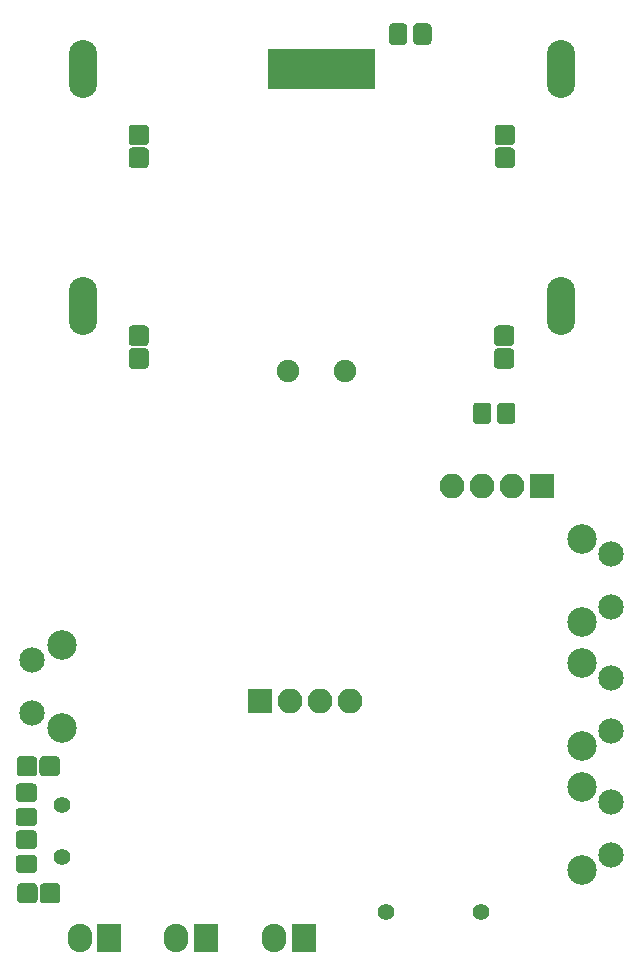
<source format=gbr>
G04 #@! TF.GenerationSoftware,KiCad,Pcbnew,(5.0.0)*
G04 #@! TF.CreationDate,2019-12-21T17:29:24+07:00*
G04 #@! TF.ProjectId,mrbot,6D72626F742E6B696361645F70636200,rev?*
G04 #@! TF.SameCoordinates,Original*
G04 #@! TF.FileFunction,Soldermask,Bot*
G04 #@! TF.FilePolarity,Negative*
%FSLAX46Y46*%
G04 Gerber Fmt 4.6, Leading zero omitted, Abs format (unit mm)*
G04 Created by KiCad (PCBNEW (5.0.0)) date 12/21/19 17:29:24*
%MOMM*%
%LPD*%
G01*
G04 APERTURE LIST*
%ADD10C,1.900000*%
%ADD11O,2.400000X4.900000*%
%ADD12R,1.000000X3.400000*%
%ADD13C,1.400000*%
%ADD14C,0.100000*%
%ADD15C,1.550000*%
%ADD16C,1.700000*%
%ADD17R,2.100000X2.400000*%
%ADD18O,2.100000X2.400000*%
%ADD19R,2.100000X2.100000*%
%ADD20O,2.100000X2.100000*%
%ADD21C,2.500000*%
%ADD22C,2.150000*%
G04 APERTURE END LIST*
D10*
G04 #@! TO.C,U4*
X127750000Y-52000000D03*
X127750000Y-50750000D03*
X168250000Y-52250000D03*
X168250000Y-51000000D03*
X168250000Y-52750000D03*
X168250000Y-50250000D03*
X168250000Y-32750000D03*
X168250000Y-32250000D03*
X168250000Y-30250000D03*
X168250000Y-30750000D03*
X127750000Y-52750000D03*
X127750000Y-50250000D03*
X127750000Y-32000000D03*
D11*
X127750000Y-51500000D03*
X168250000Y-51500000D03*
X127750000Y-31500000D03*
X168250000Y-31500000D03*
D12*
X144000000Y-31500000D03*
X145000000Y-31500000D03*
X146000000Y-31500000D03*
X147000000Y-31500000D03*
X152000000Y-31500000D03*
X151000000Y-31500000D03*
X148000000Y-31500000D03*
X149000000Y-31500000D03*
X150000000Y-31500000D03*
D10*
X127750000Y-30250000D03*
X127750000Y-32750000D03*
X127750000Y-30750000D03*
G04 #@! TD*
D13*
G04 #@! TO.C,J1*
X153450000Y-102850000D03*
X161450000Y-102850000D03*
G04 #@! TD*
D14*
G04 #@! TO.C,C23*
G36*
X154946071Y-27601623D02*
X154978781Y-27606475D01*
X155010857Y-27614509D01*
X155041991Y-27625649D01*
X155071884Y-27639787D01*
X155100247Y-27656787D01*
X155126807Y-27676485D01*
X155151308Y-27698692D01*
X155173515Y-27723193D01*
X155193213Y-27749753D01*
X155210213Y-27778116D01*
X155224351Y-27808009D01*
X155235491Y-27839143D01*
X155243525Y-27871219D01*
X155248377Y-27903929D01*
X155250000Y-27936956D01*
X155250000Y-29063044D01*
X155248377Y-29096071D01*
X155243525Y-29128781D01*
X155235491Y-29160857D01*
X155224351Y-29191991D01*
X155210213Y-29221884D01*
X155193213Y-29250247D01*
X155173515Y-29276807D01*
X155151308Y-29301308D01*
X155126807Y-29323515D01*
X155100247Y-29343213D01*
X155071884Y-29360213D01*
X155041991Y-29374351D01*
X155010857Y-29385491D01*
X154978781Y-29393525D01*
X154946071Y-29398377D01*
X154913044Y-29400000D01*
X154036956Y-29400000D01*
X154003929Y-29398377D01*
X153971219Y-29393525D01*
X153939143Y-29385491D01*
X153908009Y-29374351D01*
X153878116Y-29360213D01*
X153849753Y-29343213D01*
X153823193Y-29323515D01*
X153798692Y-29301308D01*
X153776485Y-29276807D01*
X153756787Y-29250247D01*
X153739787Y-29221884D01*
X153725649Y-29191991D01*
X153714509Y-29160857D01*
X153706475Y-29128781D01*
X153701623Y-29096071D01*
X153700000Y-29063044D01*
X153700000Y-27936956D01*
X153701623Y-27903929D01*
X153706475Y-27871219D01*
X153714509Y-27839143D01*
X153725649Y-27808009D01*
X153739787Y-27778116D01*
X153756787Y-27749753D01*
X153776485Y-27723193D01*
X153798692Y-27698692D01*
X153823193Y-27676485D01*
X153849753Y-27656787D01*
X153878116Y-27639787D01*
X153908009Y-27625649D01*
X153939143Y-27614509D01*
X153971219Y-27606475D01*
X154003929Y-27601623D01*
X154036956Y-27600000D01*
X154913044Y-27600000D01*
X154946071Y-27601623D01*
X154946071Y-27601623D01*
G37*
D15*
X154475000Y-28500000D03*
D14*
G36*
X156996071Y-27601623D02*
X157028781Y-27606475D01*
X157060857Y-27614509D01*
X157091991Y-27625649D01*
X157121884Y-27639787D01*
X157150247Y-27656787D01*
X157176807Y-27676485D01*
X157201308Y-27698692D01*
X157223515Y-27723193D01*
X157243213Y-27749753D01*
X157260213Y-27778116D01*
X157274351Y-27808009D01*
X157285491Y-27839143D01*
X157293525Y-27871219D01*
X157298377Y-27903929D01*
X157300000Y-27936956D01*
X157300000Y-29063044D01*
X157298377Y-29096071D01*
X157293525Y-29128781D01*
X157285491Y-29160857D01*
X157274351Y-29191991D01*
X157260213Y-29221884D01*
X157243213Y-29250247D01*
X157223515Y-29276807D01*
X157201308Y-29301308D01*
X157176807Y-29323515D01*
X157150247Y-29343213D01*
X157121884Y-29360213D01*
X157091991Y-29374351D01*
X157060857Y-29385491D01*
X157028781Y-29393525D01*
X156996071Y-29398377D01*
X156963044Y-29400000D01*
X156086956Y-29400000D01*
X156053929Y-29398377D01*
X156021219Y-29393525D01*
X155989143Y-29385491D01*
X155958009Y-29374351D01*
X155928116Y-29360213D01*
X155899753Y-29343213D01*
X155873193Y-29323515D01*
X155848692Y-29301308D01*
X155826485Y-29276807D01*
X155806787Y-29250247D01*
X155789787Y-29221884D01*
X155775649Y-29191991D01*
X155764509Y-29160857D01*
X155756475Y-29128781D01*
X155751623Y-29096071D01*
X155750000Y-29063044D01*
X155750000Y-27936956D01*
X155751623Y-27903929D01*
X155756475Y-27871219D01*
X155764509Y-27839143D01*
X155775649Y-27808009D01*
X155789787Y-27778116D01*
X155806787Y-27749753D01*
X155826485Y-27723193D01*
X155848692Y-27698692D01*
X155873193Y-27676485D01*
X155899753Y-27656787D01*
X155928116Y-27639787D01*
X155958009Y-27625649D01*
X155989143Y-27614509D01*
X156021219Y-27606475D01*
X156053929Y-27601623D01*
X156086956Y-27600000D01*
X156963044Y-27600000D01*
X156996071Y-27601623D01*
X156996071Y-27601623D01*
G37*
D15*
X156525000Y-28500000D03*
G04 #@! TD*
D14*
G04 #@! TO.C,D2*
G36*
X164055121Y-36176574D02*
X164086857Y-36181282D01*
X164117978Y-36189077D01*
X164148185Y-36199886D01*
X164177187Y-36213603D01*
X164204706Y-36230096D01*
X164230475Y-36249208D01*
X164254246Y-36270754D01*
X164275792Y-36294525D01*
X164294904Y-36320294D01*
X164311397Y-36347813D01*
X164325114Y-36376815D01*
X164335923Y-36407022D01*
X164343718Y-36438143D01*
X164348426Y-36469879D01*
X164350000Y-36501923D01*
X164350000Y-37573077D01*
X164348426Y-37605121D01*
X164343718Y-37636857D01*
X164335923Y-37667978D01*
X164325114Y-37698185D01*
X164311397Y-37727187D01*
X164294904Y-37754706D01*
X164275792Y-37780475D01*
X164254246Y-37804246D01*
X164230475Y-37825792D01*
X164204706Y-37844904D01*
X164177187Y-37861397D01*
X164148185Y-37875114D01*
X164117978Y-37885923D01*
X164086857Y-37893718D01*
X164055121Y-37898426D01*
X164023077Y-37900000D01*
X162976923Y-37900000D01*
X162944879Y-37898426D01*
X162913143Y-37893718D01*
X162882022Y-37885923D01*
X162851815Y-37875114D01*
X162822813Y-37861397D01*
X162795294Y-37844904D01*
X162769525Y-37825792D01*
X162745754Y-37804246D01*
X162724208Y-37780475D01*
X162705096Y-37754706D01*
X162688603Y-37727187D01*
X162674886Y-37698185D01*
X162664077Y-37667978D01*
X162656282Y-37636857D01*
X162651574Y-37605121D01*
X162650000Y-37573077D01*
X162650000Y-36501923D01*
X162651574Y-36469879D01*
X162656282Y-36438143D01*
X162664077Y-36407022D01*
X162674886Y-36376815D01*
X162688603Y-36347813D01*
X162705096Y-36320294D01*
X162724208Y-36294525D01*
X162745754Y-36270754D01*
X162769525Y-36249208D01*
X162795294Y-36230096D01*
X162822813Y-36213603D01*
X162851815Y-36199886D01*
X162882022Y-36189077D01*
X162913143Y-36181282D01*
X162944879Y-36176574D01*
X162976923Y-36175000D01*
X164023077Y-36175000D01*
X164055121Y-36176574D01*
X164055121Y-36176574D01*
G37*
D16*
X163500000Y-37037500D03*
D14*
G36*
X164055121Y-38101574D02*
X164086857Y-38106282D01*
X164117978Y-38114077D01*
X164148185Y-38124886D01*
X164177187Y-38138603D01*
X164204706Y-38155096D01*
X164230475Y-38174208D01*
X164254246Y-38195754D01*
X164275792Y-38219525D01*
X164294904Y-38245294D01*
X164311397Y-38272813D01*
X164325114Y-38301815D01*
X164335923Y-38332022D01*
X164343718Y-38363143D01*
X164348426Y-38394879D01*
X164350000Y-38426923D01*
X164350000Y-39498077D01*
X164348426Y-39530121D01*
X164343718Y-39561857D01*
X164335923Y-39592978D01*
X164325114Y-39623185D01*
X164311397Y-39652187D01*
X164294904Y-39679706D01*
X164275792Y-39705475D01*
X164254246Y-39729246D01*
X164230475Y-39750792D01*
X164204706Y-39769904D01*
X164177187Y-39786397D01*
X164148185Y-39800114D01*
X164117978Y-39810923D01*
X164086857Y-39818718D01*
X164055121Y-39823426D01*
X164023077Y-39825000D01*
X162976923Y-39825000D01*
X162944879Y-39823426D01*
X162913143Y-39818718D01*
X162882022Y-39810923D01*
X162851815Y-39800114D01*
X162822813Y-39786397D01*
X162795294Y-39769904D01*
X162769525Y-39750792D01*
X162745754Y-39729246D01*
X162724208Y-39705475D01*
X162705096Y-39679706D01*
X162688603Y-39652187D01*
X162674886Y-39623185D01*
X162664077Y-39592978D01*
X162656282Y-39561857D01*
X162651574Y-39530121D01*
X162650000Y-39498077D01*
X162650000Y-38426923D01*
X162651574Y-38394879D01*
X162656282Y-38363143D01*
X162664077Y-38332022D01*
X162674886Y-38301815D01*
X162688603Y-38272813D01*
X162705096Y-38245294D01*
X162724208Y-38219525D01*
X162745754Y-38195754D01*
X162769525Y-38174208D01*
X162795294Y-38155096D01*
X162822813Y-38138603D01*
X162851815Y-38124886D01*
X162882022Y-38114077D01*
X162913143Y-38106282D01*
X162944879Y-38101574D01*
X162976923Y-38100000D01*
X164023077Y-38100000D01*
X164055121Y-38101574D01*
X164055121Y-38101574D01*
G37*
D16*
X163500000Y-38962500D03*
G04 #@! TD*
D14*
G04 #@! TO.C,D3*
G36*
X164005121Y-53176574D02*
X164036857Y-53181282D01*
X164067978Y-53189077D01*
X164098185Y-53199886D01*
X164127187Y-53213603D01*
X164154706Y-53230096D01*
X164180475Y-53249208D01*
X164204246Y-53270754D01*
X164225792Y-53294525D01*
X164244904Y-53320294D01*
X164261397Y-53347813D01*
X164275114Y-53376815D01*
X164285923Y-53407022D01*
X164293718Y-53438143D01*
X164298426Y-53469879D01*
X164300000Y-53501923D01*
X164300000Y-54573077D01*
X164298426Y-54605121D01*
X164293718Y-54636857D01*
X164285923Y-54667978D01*
X164275114Y-54698185D01*
X164261397Y-54727187D01*
X164244904Y-54754706D01*
X164225792Y-54780475D01*
X164204246Y-54804246D01*
X164180475Y-54825792D01*
X164154706Y-54844904D01*
X164127187Y-54861397D01*
X164098185Y-54875114D01*
X164067978Y-54885923D01*
X164036857Y-54893718D01*
X164005121Y-54898426D01*
X163973077Y-54900000D01*
X162926923Y-54900000D01*
X162894879Y-54898426D01*
X162863143Y-54893718D01*
X162832022Y-54885923D01*
X162801815Y-54875114D01*
X162772813Y-54861397D01*
X162745294Y-54844904D01*
X162719525Y-54825792D01*
X162695754Y-54804246D01*
X162674208Y-54780475D01*
X162655096Y-54754706D01*
X162638603Y-54727187D01*
X162624886Y-54698185D01*
X162614077Y-54667978D01*
X162606282Y-54636857D01*
X162601574Y-54605121D01*
X162600000Y-54573077D01*
X162600000Y-53501923D01*
X162601574Y-53469879D01*
X162606282Y-53438143D01*
X162614077Y-53407022D01*
X162624886Y-53376815D01*
X162638603Y-53347813D01*
X162655096Y-53320294D01*
X162674208Y-53294525D01*
X162695754Y-53270754D01*
X162719525Y-53249208D01*
X162745294Y-53230096D01*
X162772813Y-53213603D01*
X162801815Y-53199886D01*
X162832022Y-53189077D01*
X162863143Y-53181282D01*
X162894879Y-53176574D01*
X162926923Y-53175000D01*
X163973077Y-53175000D01*
X164005121Y-53176574D01*
X164005121Y-53176574D01*
G37*
D16*
X163450000Y-54037500D03*
D14*
G36*
X164005121Y-55101574D02*
X164036857Y-55106282D01*
X164067978Y-55114077D01*
X164098185Y-55124886D01*
X164127187Y-55138603D01*
X164154706Y-55155096D01*
X164180475Y-55174208D01*
X164204246Y-55195754D01*
X164225792Y-55219525D01*
X164244904Y-55245294D01*
X164261397Y-55272813D01*
X164275114Y-55301815D01*
X164285923Y-55332022D01*
X164293718Y-55363143D01*
X164298426Y-55394879D01*
X164300000Y-55426923D01*
X164300000Y-56498077D01*
X164298426Y-56530121D01*
X164293718Y-56561857D01*
X164285923Y-56592978D01*
X164275114Y-56623185D01*
X164261397Y-56652187D01*
X164244904Y-56679706D01*
X164225792Y-56705475D01*
X164204246Y-56729246D01*
X164180475Y-56750792D01*
X164154706Y-56769904D01*
X164127187Y-56786397D01*
X164098185Y-56800114D01*
X164067978Y-56810923D01*
X164036857Y-56818718D01*
X164005121Y-56823426D01*
X163973077Y-56825000D01*
X162926923Y-56825000D01*
X162894879Y-56823426D01*
X162863143Y-56818718D01*
X162832022Y-56810923D01*
X162801815Y-56800114D01*
X162772813Y-56786397D01*
X162745294Y-56769904D01*
X162719525Y-56750792D01*
X162695754Y-56729246D01*
X162674208Y-56705475D01*
X162655096Y-56679706D01*
X162638603Y-56652187D01*
X162624886Y-56623185D01*
X162614077Y-56592978D01*
X162606282Y-56561857D01*
X162601574Y-56530121D01*
X162600000Y-56498077D01*
X162600000Y-55426923D01*
X162601574Y-55394879D01*
X162606282Y-55363143D01*
X162614077Y-55332022D01*
X162624886Y-55301815D01*
X162638603Y-55272813D01*
X162655096Y-55245294D01*
X162674208Y-55219525D01*
X162695754Y-55195754D01*
X162719525Y-55174208D01*
X162745294Y-55155096D01*
X162772813Y-55138603D01*
X162801815Y-55124886D01*
X162832022Y-55114077D01*
X162863143Y-55106282D01*
X162894879Y-55101574D01*
X162926923Y-55100000D01*
X163973077Y-55100000D01*
X164005121Y-55101574D01*
X164005121Y-55101574D01*
G37*
D16*
X163450000Y-55962500D03*
G04 #@! TD*
D14*
G04 #@! TO.C,D4*
G36*
X133055121Y-38101574D02*
X133086857Y-38106282D01*
X133117978Y-38114077D01*
X133148185Y-38124886D01*
X133177187Y-38138603D01*
X133204706Y-38155096D01*
X133230475Y-38174208D01*
X133254246Y-38195754D01*
X133275792Y-38219525D01*
X133294904Y-38245294D01*
X133311397Y-38272813D01*
X133325114Y-38301815D01*
X133335923Y-38332022D01*
X133343718Y-38363143D01*
X133348426Y-38394879D01*
X133350000Y-38426923D01*
X133350000Y-39498077D01*
X133348426Y-39530121D01*
X133343718Y-39561857D01*
X133335923Y-39592978D01*
X133325114Y-39623185D01*
X133311397Y-39652187D01*
X133294904Y-39679706D01*
X133275792Y-39705475D01*
X133254246Y-39729246D01*
X133230475Y-39750792D01*
X133204706Y-39769904D01*
X133177187Y-39786397D01*
X133148185Y-39800114D01*
X133117978Y-39810923D01*
X133086857Y-39818718D01*
X133055121Y-39823426D01*
X133023077Y-39825000D01*
X131976923Y-39825000D01*
X131944879Y-39823426D01*
X131913143Y-39818718D01*
X131882022Y-39810923D01*
X131851815Y-39800114D01*
X131822813Y-39786397D01*
X131795294Y-39769904D01*
X131769525Y-39750792D01*
X131745754Y-39729246D01*
X131724208Y-39705475D01*
X131705096Y-39679706D01*
X131688603Y-39652187D01*
X131674886Y-39623185D01*
X131664077Y-39592978D01*
X131656282Y-39561857D01*
X131651574Y-39530121D01*
X131650000Y-39498077D01*
X131650000Y-38426923D01*
X131651574Y-38394879D01*
X131656282Y-38363143D01*
X131664077Y-38332022D01*
X131674886Y-38301815D01*
X131688603Y-38272813D01*
X131705096Y-38245294D01*
X131724208Y-38219525D01*
X131745754Y-38195754D01*
X131769525Y-38174208D01*
X131795294Y-38155096D01*
X131822813Y-38138603D01*
X131851815Y-38124886D01*
X131882022Y-38114077D01*
X131913143Y-38106282D01*
X131944879Y-38101574D01*
X131976923Y-38100000D01*
X133023077Y-38100000D01*
X133055121Y-38101574D01*
X133055121Y-38101574D01*
G37*
D16*
X132500000Y-38962500D03*
D14*
G36*
X133055121Y-36176574D02*
X133086857Y-36181282D01*
X133117978Y-36189077D01*
X133148185Y-36199886D01*
X133177187Y-36213603D01*
X133204706Y-36230096D01*
X133230475Y-36249208D01*
X133254246Y-36270754D01*
X133275792Y-36294525D01*
X133294904Y-36320294D01*
X133311397Y-36347813D01*
X133325114Y-36376815D01*
X133335923Y-36407022D01*
X133343718Y-36438143D01*
X133348426Y-36469879D01*
X133350000Y-36501923D01*
X133350000Y-37573077D01*
X133348426Y-37605121D01*
X133343718Y-37636857D01*
X133335923Y-37667978D01*
X133325114Y-37698185D01*
X133311397Y-37727187D01*
X133294904Y-37754706D01*
X133275792Y-37780475D01*
X133254246Y-37804246D01*
X133230475Y-37825792D01*
X133204706Y-37844904D01*
X133177187Y-37861397D01*
X133148185Y-37875114D01*
X133117978Y-37885923D01*
X133086857Y-37893718D01*
X133055121Y-37898426D01*
X133023077Y-37900000D01*
X131976923Y-37900000D01*
X131944879Y-37898426D01*
X131913143Y-37893718D01*
X131882022Y-37885923D01*
X131851815Y-37875114D01*
X131822813Y-37861397D01*
X131795294Y-37844904D01*
X131769525Y-37825792D01*
X131745754Y-37804246D01*
X131724208Y-37780475D01*
X131705096Y-37754706D01*
X131688603Y-37727187D01*
X131674886Y-37698185D01*
X131664077Y-37667978D01*
X131656282Y-37636857D01*
X131651574Y-37605121D01*
X131650000Y-37573077D01*
X131650000Y-36501923D01*
X131651574Y-36469879D01*
X131656282Y-36438143D01*
X131664077Y-36407022D01*
X131674886Y-36376815D01*
X131688603Y-36347813D01*
X131705096Y-36320294D01*
X131724208Y-36294525D01*
X131745754Y-36270754D01*
X131769525Y-36249208D01*
X131795294Y-36230096D01*
X131822813Y-36213603D01*
X131851815Y-36199886D01*
X131882022Y-36189077D01*
X131913143Y-36181282D01*
X131944879Y-36176574D01*
X131976923Y-36175000D01*
X133023077Y-36175000D01*
X133055121Y-36176574D01*
X133055121Y-36176574D01*
G37*
D16*
X132500000Y-37037500D03*
G04 #@! TD*
D14*
G04 #@! TO.C,D5*
G36*
X133055121Y-55101574D02*
X133086857Y-55106282D01*
X133117978Y-55114077D01*
X133148185Y-55124886D01*
X133177187Y-55138603D01*
X133204706Y-55155096D01*
X133230475Y-55174208D01*
X133254246Y-55195754D01*
X133275792Y-55219525D01*
X133294904Y-55245294D01*
X133311397Y-55272813D01*
X133325114Y-55301815D01*
X133335923Y-55332022D01*
X133343718Y-55363143D01*
X133348426Y-55394879D01*
X133350000Y-55426923D01*
X133350000Y-56498077D01*
X133348426Y-56530121D01*
X133343718Y-56561857D01*
X133335923Y-56592978D01*
X133325114Y-56623185D01*
X133311397Y-56652187D01*
X133294904Y-56679706D01*
X133275792Y-56705475D01*
X133254246Y-56729246D01*
X133230475Y-56750792D01*
X133204706Y-56769904D01*
X133177187Y-56786397D01*
X133148185Y-56800114D01*
X133117978Y-56810923D01*
X133086857Y-56818718D01*
X133055121Y-56823426D01*
X133023077Y-56825000D01*
X131976923Y-56825000D01*
X131944879Y-56823426D01*
X131913143Y-56818718D01*
X131882022Y-56810923D01*
X131851815Y-56800114D01*
X131822813Y-56786397D01*
X131795294Y-56769904D01*
X131769525Y-56750792D01*
X131745754Y-56729246D01*
X131724208Y-56705475D01*
X131705096Y-56679706D01*
X131688603Y-56652187D01*
X131674886Y-56623185D01*
X131664077Y-56592978D01*
X131656282Y-56561857D01*
X131651574Y-56530121D01*
X131650000Y-56498077D01*
X131650000Y-55426923D01*
X131651574Y-55394879D01*
X131656282Y-55363143D01*
X131664077Y-55332022D01*
X131674886Y-55301815D01*
X131688603Y-55272813D01*
X131705096Y-55245294D01*
X131724208Y-55219525D01*
X131745754Y-55195754D01*
X131769525Y-55174208D01*
X131795294Y-55155096D01*
X131822813Y-55138603D01*
X131851815Y-55124886D01*
X131882022Y-55114077D01*
X131913143Y-55106282D01*
X131944879Y-55101574D01*
X131976923Y-55100000D01*
X133023077Y-55100000D01*
X133055121Y-55101574D01*
X133055121Y-55101574D01*
G37*
D16*
X132500000Y-55962500D03*
D14*
G36*
X133055121Y-53176574D02*
X133086857Y-53181282D01*
X133117978Y-53189077D01*
X133148185Y-53199886D01*
X133177187Y-53213603D01*
X133204706Y-53230096D01*
X133230475Y-53249208D01*
X133254246Y-53270754D01*
X133275792Y-53294525D01*
X133294904Y-53320294D01*
X133311397Y-53347813D01*
X133325114Y-53376815D01*
X133335923Y-53407022D01*
X133343718Y-53438143D01*
X133348426Y-53469879D01*
X133350000Y-53501923D01*
X133350000Y-54573077D01*
X133348426Y-54605121D01*
X133343718Y-54636857D01*
X133335923Y-54667978D01*
X133325114Y-54698185D01*
X133311397Y-54727187D01*
X133294904Y-54754706D01*
X133275792Y-54780475D01*
X133254246Y-54804246D01*
X133230475Y-54825792D01*
X133204706Y-54844904D01*
X133177187Y-54861397D01*
X133148185Y-54875114D01*
X133117978Y-54885923D01*
X133086857Y-54893718D01*
X133055121Y-54898426D01*
X133023077Y-54900000D01*
X131976923Y-54900000D01*
X131944879Y-54898426D01*
X131913143Y-54893718D01*
X131882022Y-54885923D01*
X131851815Y-54875114D01*
X131822813Y-54861397D01*
X131795294Y-54844904D01*
X131769525Y-54825792D01*
X131745754Y-54804246D01*
X131724208Y-54780475D01*
X131705096Y-54754706D01*
X131688603Y-54727187D01*
X131674886Y-54698185D01*
X131664077Y-54667978D01*
X131656282Y-54636857D01*
X131651574Y-54605121D01*
X131650000Y-54573077D01*
X131650000Y-53501923D01*
X131651574Y-53469879D01*
X131656282Y-53438143D01*
X131664077Y-53407022D01*
X131674886Y-53376815D01*
X131688603Y-53347813D01*
X131705096Y-53320294D01*
X131724208Y-53294525D01*
X131745754Y-53270754D01*
X131769525Y-53249208D01*
X131795294Y-53230096D01*
X131822813Y-53213603D01*
X131851815Y-53199886D01*
X131882022Y-53189077D01*
X131913143Y-53181282D01*
X131944879Y-53176574D01*
X131976923Y-53175000D01*
X133023077Y-53175000D01*
X133055121Y-53176574D01*
X133055121Y-53176574D01*
G37*
D16*
X132500000Y-54037500D03*
G04 #@! TD*
D14*
G04 #@! TO.C,D6*
G36*
X123605121Y-89651574D02*
X123636857Y-89656282D01*
X123667978Y-89664077D01*
X123698185Y-89674886D01*
X123727187Y-89688603D01*
X123754706Y-89705096D01*
X123780475Y-89724208D01*
X123804246Y-89745754D01*
X123825792Y-89769525D01*
X123844904Y-89795294D01*
X123861397Y-89822813D01*
X123875114Y-89851815D01*
X123885923Y-89882022D01*
X123893718Y-89913143D01*
X123898426Y-89944879D01*
X123900000Y-89976923D01*
X123900000Y-91023077D01*
X123898426Y-91055121D01*
X123893718Y-91086857D01*
X123885923Y-91117978D01*
X123875114Y-91148185D01*
X123861397Y-91177187D01*
X123844904Y-91204706D01*
X123825792Y-91230475D01*
X123804246Y-91254246D01*
X123780475Y-91275792D01*
X123754706Y-91294904D01*
X123727187Y-91311397D01*
X123698185Y-91325114D01*
X123667978Y-91335923D01*
X123636857Y-91343718D01*
X123605121Y-91348426D01*
X123573077Y-91350000D01*
X122501923Y-91350000D01*
X122469879Y-91348426D01*
X122438143Y-91343718D01*
X122407022Y-91335923D01*
X122376815Y-91325114D01*
X122347813Y-91311397D01*
X122320294Y-91294904D01*
X122294525Y-91275792D01*
X122270754Y-91254246D01*
X122249208Y-91230475D01*
X122230096Y-91204706D01*
X122213603Y-91177187D01*
X122199886Y-91148185D01*
X122189077Y-91117978D01*
X122181282Y-91086857D01*
X122176574Y-91055121D01*
X122175000Y-91023077D01*
X122175000Y-89976923D01*
X122176574Y-89944879D01*
X122181282Y-89913143D01*
X122189077Y-89882022D01*
X122199886Y-89851815D01*
X122213603Y-89822813D01*
X122230096Y-89795294D01*
X122249208Y-89769525D01*
X122270754Y-89745754D01*
X122294525Y-89724208D01*
X122320294Y-89705096D01*
X122347813Y-89688603D01*
X122376815Y-89674886D01*
X122407022Y-89664077D01*
X122438143Y-89656282D01*
X122469879Y-89651574D01*
X122501923Y-89650000D01*
X123573077Y-89650000D01*
X123605121Y-89651574D01*
X123605121Y-89651574D01*
G37*
D16*
X123037500Y-90500000D03*
D14*
G36*
X125530121Y-89651574D02*
X125561857Y-89656282D01*
X125592978Y-89664077D01*
X125623185Y-89674886D01*
X125652187Y-89688603D01*
X125679706Y-89705096D01*
X125705475Y-89724208D01*
X125729246Y-89745754D01*
X125750792Y-89769525D01*
X125769904Y-89795294D01*
X125786397Y-89822813D01*
X125800114Y-89851815D01*
X125810923Y-89882022D01*
X125818718Y-89913143D01*
X125823426Y-89944879D01*
X125825000Y-89976923D01*
X125825000Y-91023077D01*
X125823426Y-91055121D01*
X125818718Y-91086857D01*
X125810923Y-91117978D01*
X125800114Y-91148185D01*
X125786397Y-91177187D01*
X125769904Y-91204706D01*
X125750792Y-91230475D01*
X125729246Y-91254246D01*
X125705475Y-91275792D01*
X125679706Y-91294904D01*
X125652187Y-91311397D01*
X125623185Y-91325114D01*
X125592978Y-91335923D01*
X125561857Y-91343718D01*
X125530121Y-91348426D01*
X125498077Y-91350000D01*
X124426923Y-91350000D01*
X124394879Y-91348426D01*
X124363143Y-91343718D01*
X124332022Y-91335923D01*
X124301815Y-91325114D01*
X124272813Y-91311397D01*
X124245294Y-91294904D01*
X124219525Y-91275792D01*
X124195754Y-91254246D01*
X124174208Y-91230475D01*
X124155096Y-91204706D01*
X124138603Y-91177187D01*
X124124886Y-91148185D01*
X124114077Y-91117978D01*
X124106282Y-91086857D01*
X124101574Y-91055121D01*
X124100000Y-91023077D01*
X124100000Y-89976923D01*
X124101574Y-89944879D01*
X124106282Y-89913143D01*
X124114077Y-89882022D01*
X124124886Y-89851815D01*
X124138603Y-89822813D01*
X124155096Y-89795294D01*
X124174208Y-89769525D01*
X124195754Y-89745754D01*
X124219525Y-89724208D01*
X124245294Y-89705096D01*
X124272813Y-89688603D01*
X124301815Y-89674886D01*
X124332022Y-89664077D01*
X124363143Y-89656282D01*
X124394879Y-89651574D01*
X124426923Y-89650000D01*
X125498077Y-89650000D01*
X125530121Y-89651574D01*
X125530121Y-89651574D01*
G37*
D16*
X124962500Y-90500000D03*
G04 #@! TD*
D14*
G04 #@! TO.C,D7*
G36*
X123642621Y-100401574D02*
X123674357Y-100406282D01*
X123705478Y-100414077D01*
X123735685Y-100424886D01*
X123764687Y-100438603D01*
X123792206Y-100455096D01*
X123817975Y-100474208D01*
X123841746Y-100495754D01*
X123863292Y-100519525D01*
X123882404Y-100545294D01*
X123898897Y-100572813D01*
X123912614Y-100601815D01*
X123923423Y-100632022D01*
X123931218Y-100663143D01*
X123935926Y-100694879D01*
X123937500Y-100726923D01*
X123937500Y-101773077D01*
X123935926Y-101805121D01*
X123931218Y-101836857D01*
X123923423Y-101867978D01*
X123912614Y-101898185D01*
X123898897Y-101927187D01*
X123882404Y-101954706D01*
X123863292Y-101980475D01*
X123841746Y-102004246D01*
X123817975Y-102025792D01*
X123792206Y-102044904D01*
X123764687Y-102061397D01*
X123735685Y-102075114D01*
X123705478Y-102085923D01*
X123674357Y-102093718D01*
X123642621Y-102098426D01*
X123610577Y-102100000D01*
X122539423Y-102100000D01*
X122507379Y-102098426D01*
X122475643Y-102093718D01*
X122444522Y-102085923D01*
X122414315Y-102075114D01*
X122385313Y-102061397D01*
X122357794Y-102044904D01*
X122332025Y-102025792D01*
X122308254Y-102004246D01*
X122286708Y-101980475D01*
X122267596Y-101954706D01*
X122251103Y-101927187D01*
X122237386Y-101898185D01*
X122226577Y-101867978D01*
X122218782Y-101836857D01*
X122214074Y-101805121D01*
X122212500Y-101773077D01*
X122212500Y-100726923D01*
X122214074Y-100694879D01*
X122218782Y-100663143D01*
X122226577Y-100632022D01*
X122237386Y-100601815D01*
X122251103Y-100572813D01*
X122267596Y-100545294D01*
X122286708Y-100519525D01*
X122308254Y-100495754D01*
X122332025Y-100474208D01*
X122357794Y-100455096D01*
X122385313Y-100438603D01*
X122414315Y-100424886D01*
X122444522Y-100414077D01*
X122475643Y-100406282D01*
X122507379Y-100401574D01*
X122539423Y-100400000D01*
X123610577Y-100400000D01*
X123642621Y-100401574D01*
X123642621Y-100401574D01*
G37*
D16*
X123075000Y-101250000D03*
D14*
G36*
X125567621Y-100401574D02*
X125599357Y-100406282D01*
X125630478Y-100414077D01*
X125660685Y-100424886D01*
X125689687Y-100438603D01*
X125717206Y-100455096D01*
X125742975Y-100474208D01*
X125766746Y-100495754D01*
X125788292Y-100519525D01*
X125807404Y-100545294D01*
X125823897Y-100572813D01*
X125837614Y-100601815D01*
X125848423Y-100632022D01*
X125856218Y-100663143D01*
X125860926Y-100694879D01*
X125862500Y-100726923D01*
X125862500Y-101773077D01*
X125860926Y-101805121D01*
X125856218Y-101836857D01*
X125848423Y-101867978D01*
X125837614Y-101898185D01*
X125823897Y-101927187D01*
X125807404Y-101954706D01*
X125788292Y-101980475D01*
X125766746Y-102004246D01*
X125742975Y-102025792D01*
X125717206Y-102044904D01*
X125689687Y-102061397D01*
X125660685Y-102075114D01*
X125630478Y-102085923D01*
X125599357Y-102093718D01*
X125567621Y-102098426D01*
X125535577Y-102100000D01*
X124464423Y-102100000D01*
X124432379Y-102098426D01*
X124400643Y-102093718D01*
X124369522Y-102085923D01*
X124339315Y-102075114D01*
X124310313Y-102061397D01*
X124282794Y-102044904D01*
X124257025Y-102025792D01*
X124233254Y-102004246D01*
X124211708Y-101980475D01*
X124192596Y-101954706D01*
X124176103Y-101927187D01*
X124162386Y-101898185D01*
X124151577Y-101867978D01*
X124143782Y-101836857D01*
X124139074Y-101805121D01*
X124137500Y-101773077D01*
X124137500Y-100726923D01*
X124139074Y-100694879D01*
X124143782Y-100663143D01*
X124151577Y-100632022D01*
X124162386Y-100601815D01*
X124176103Y-100572813D01*
X124192596Y-100545294D01*
X124211708Y-100519525D01*
X124233254Y-100495754D01*
X124257025Y-100474208D01*
X124282794Y-100455096D01*
X124310313Y-100438603D01*
X124339315Y-100424886D01*
X124369522Y-100414077D01*
X124400643Y-100406282D01*
X124432379Y-100401574D01*
X124464423Y-100400000D01*
X125535577Y-100400000D01*
X125567621Y-100401574D01*
X125567621Y-100401574D01*
G37*
D16*
X125000000Y-101250000D03*
G04 #@! TD*
D17*
G04 #@! TO.C,J2*
X146500000Y-105000000D03*
D18*
X144000000Y-105000000D03*
G04 #@! TD*
D13*
G04 #@! TO.C,J3*
X126000000Y-93800000D03*
X126000000Y-98200000D03*
G04 #@! TD*
D17*
G04 #@! TO.C,J4*
X130000000Y-105000000D03*
D18*
X127500000Y-105000000D03*
G04 #@! TD*
D19*
G04 #@! TO.C,J5*
X166630000Y-66750000D03*
D20*
X164090000Y-66750000D03*
X161550000Y-66750000D03*
X159010000Y-66750000D03*
G04 #@! TD*
G04 #@! TO.C,J6*
X150390000Y-84950000D03*
X147850000Y-84950000D03*
X145310000Y-84950000D03*
D19*
X142770000Y-84950000D03*
G04 #@! TD*
D14*
G04 #@! TO.C,R15*
G36*
X164096071Y-59701623D02*
X164128781Y-59706475D01*
X164160857Y-59714509D01*
X164191991Y-59725649D01*
X164221884Y-59739787D01*
X164250247Y-59756787D01*
X164276807Y-59776485D01*
X164301308Y-59798692D01*
X164323515Y-59823193D01*
X164343213Y-59849753D01*
X164360213Y-59878116D01*
X164374351Y-59908009D01*
X164385491Y-59939143D01*
X164393525Y-59971219D01*
X164398377Y-60003929D01*
X164400000Y-60036956D01*
X164400000Y-61163044D01*
X164398377Y-61196071D01*
X164393525Y-61228781D01*
X164385491Y-61260857D01*
X164374351Y-61291991D01*
X164360213Y-61321884D01*
X164343213Y-61350247D01*
X164323515Y-61376807D01*
X164301308Y-61401308D01*
X164276807Y-61423515D01*
X164250247Y-61443213D01*
X164221884Y-61460213D01*
X164191991Y-61474351D01*
X164160857Y-61485491D01*
X164128781Y-61493525D01*
X164096071Y-61498377D01*
X164063044Y-61500000D01*
X163186956Y-61500000D01*
X163153929Y-61498377D01*
X163121219Y-61493525D01*
X163089143Y-61485491D01*
X163058009Y-61474351D01*
X163028116Y-61460213D01*
X162999753Y-61443213D01*
X162973193Y-61423515D01*
X162948692Y-61401308D01*
X162926485Y-61376807D01*
X162906787Y-61350247D01*
X162889787Y-61321884D01*
X162875649Y-61291991D01*
X162864509Y-61260857D01*
X162856475Y-61228781D01*
X162851623Y-61196071D01*
X162850000Y-61163044D01*
X162850000Y-60036956D01*
X162851623Y-60003929D01*
X162856475Y-59971219D01*
X162864509Y-59939143D01*
X162875649Y-59908009D01*
X162889787Y-59878116D01*
X162906787Y-59849753D01*
X162926485Y-59823193D01*
X162948692Y-59798692D01*
X162973193Y-59776485D01*
X162999753Y-59756787D01*
X163028116Y-59739787D01*
X163058009Y-59725649D01*
X163089143Y-59714509D01*
X163121219Y-59706475D01*
X163153929Y-59701623D01*
X163186956Y-59700000D01*
X164063044Y-59700000D01*
X164096071Y-59701623D01*
X164096071Y-59701623D01*
G37*
D15*
X163625000Y-60600000D03*
D14*
G36*
X162046071Y-59701623D02*
X162078781Y-59706475D01*
X162110857Y-59714509D01*
X162141991Y-59725649D01*
X162171884Y-59739787D01*
X162200247Y-59756787D01*
X162226807Y-59776485D01*
X162251308Y-59798692D01*
X162273515Y-59823193D01*
X162293213Y-59849753D01*
X162310213Y-59878116D01*
X162324351Y-59908009D01*
X162335491Y-59939143D01*
X162343525Y-59971219D01*
X162348377Y-60003929D01*
X162350000Y-60036956D01*
X162350000Y-61163044D01*
X162348377Y-61196071D01*
X162343525Y-61228781D01*
X162335491Y-61260857D01*
X162324351Y-61291991D01*
X162310213Y-61321884D01*
X162293213Y-61350247D01*
X162273515Y-61376807D01*
X162251308Y-61401308D01*
X162226807Y-61423515D01*
X162200247Y-61443213D01*
X162171884Y-61460213D01*
X162141991Y-61474351D01*
X162110857Y-61485491D01*
X162078781Y-61493525D01*
X162046071Y-61498377D01*
X162013044Y-61500000D01*
X161136956Y-61500000D01*
X161103929Y-61498377D01*
X161071219Y-61493525D01*
X161039143Y-61485491D01*
X161008009Y-61474351D01*
X160978116Y-61460213D01*
X160949753Y-61443213D01*
X160923193Y-61423515D01*
X160898692Y-61401308D01*
X160876485Y-61376807D01*
X160856787Y-61350247D01*
X160839787Y-61321884D01*
X160825649Y-61291991D01*
X160814509Y-61260857D01*
X160806475Y-61228781D01*
X160801623Y-61196071D01*
X160800000Y-61163044D01*
X160800000Y-60036956D01*
X160801623Y-60003929D01*
X160806475Y-59971219D01*
X160814509Y-59939143D01*
X160825649Y-59908009D01*
X160839787Y-59878116D01*
X160856787Y-59849753D01*
X160876485Y-59823193D01*
X160898692Y-59798692D01*
X160923193Y-59776485D01*
X160949753Y-59756787D01*
X160978116Y-59739787D01*
X161008009Y-59725649D01*
X161039143Y-59714509D01*
X161071219Y-59706475D01*
X161103929Y-59701623D01*
X161136956Y-59700000D01*
X162013044Y-59700000D01*
X162046071Y-59701623D01*
X162046071Y-59701623D01*
G37*
D15*
X161575000Y-60600000D03*
G04 #@! TD*
D14*
G04 #@! TO.C,R17*
G36*
X123596071Y-94001623D02*
X123628781Y-94006475D01*
X123660857Y-94014509D01*
X123691991Y-94025649D01*
X123721884Y-94039787D01*
X123750247Y-94056787D01*
X123776807Y-94076485D01*
X123801308Y-94098692D01*
X123823515Y-94123193D01*
X123843213Y-94149753D01*
X123860213Y-94178116D01*
X123874351Y-94208009D01*
X123885491Y-94239143D01*
X123893525Y-94271219D01*
X123898377Y-94303929D01*
X123900000Y-94336956D01*
X123900000Y-95213044D01*
X123898377Y-95246071D01*
X123893525Y-95278781D01*
X123885491Y-95310857D01*
X123874351Y-95341991D01*
X123860213Y-95371884D01*
X123843213Y-95400247D01*
X123823515Y-95426807D01*
X123801308Y-95451308D01*
X123776807Y-95473515D01*
X123750247Y-95493213D01*
X123721884Y-95510213D01*
X123691991Y-95524351D01*
X123660857Y-95535491D01*
X123628781Y-95543525D01*
X123596071Y-95548377D01*
X123563044Y-95550000D01*
X122436956Y-95550000D01*
X122403929Y-95548377D01*
X122371219Y-95543525D01*
X122339143Y-95535491D01*
X122308009Y-95524351D01*
X122278116Y-95510213D01*
X122249753Y-95493213D01*
X122223193Y-95473515D01*
X122198692Y-95451308D01*
X122176485Y-95426807D01*
X122156787Y-95400247D01*
X122139787Y-95371884D01*
X122125649Y-95341991D01*
X122114509Y-95310857D01*
X122106475Y-95278781D01*
X122101623Y-95246071D01*
X122100000Y-95213044D01*
X122100000Y-94336956D01*
X122101623Y-94303929D01*
X122106475Y-94271219D01*
X122114509Y-94239143D01*
X122125649Y-94208009D01*
X122139787Y-94178116D01*
X122156787Y-94149753D01*
X122176485Y-94123193D01*
X122198692Y-94098692D01*
X122223193Y-94076485D01*
X122249753Y-94056787D01*
X122278116Y-94039787D01*
X122308009Y-94025649D01*
X122339143Y-94014509D01*
X122371219Y-94006475D01*
X122403929Y-94001623D01*
X122436956Y-94000000D01*
X123563044Y-94000000D01*
X123596071Y-94001623D01*
X123596071Y-94001623D01*
G37*
D15*
X123000000Y-94775000D03*
D14*
G36*
X123596071Y-91951623D02*
X123628781Y-91956475D01*
X123660857Y-91964509D01*
X123691991Y-91975649D01*
X123721884Y-91989787D01*
X123750247Y-92006787D01*
X123776807Y-92026485D01*
X123801308Y-92048692D01*
X123823515Y-92073193D01*
X123843213Y-92099753D01*
X123860213Y-92128116D01*
X123874351Y-92158009D01*
X123885491Y-92189143D01*
X123893525Y-92221219D01*
X123898377Y-92253929D01*
X123900000Y-92286956D01*
X123900000Y-93163044D01*
X123898377Y-93196071D01*
X123893525Y-93228781D01*
X123885491Y-93260857D01*
X123874351Y-93291991D01*
X123860213Y-93321884D01*
X123843213Y-93350247D01*
X123823515Y-93376807D01*
X123801308Y-93401308D01*
X123776807Y-93423515D01*
X123750247Y-93443213D01*
X123721884Y-93460213D01*
X123691991Y-93474351D01*
X123660857Y-93485491D01*
X123628781Y-93493525D01*
X123596071Y-93498377D01*
X123563044Y-93500000D01*
X122436956Y-93500000D01*
X122403929Y-93498377D01*
X122371219Y-93493525D01*
X122339143Y-93485491D01*
X122308009Y-93474351D01*
X122278116Y-93460213D01*
X122249753Y-93443213D01*
X122223193Y-93423515D01*
X122198692Y-93401308D01*
X122176485Y-93376807D01*
X122156787Y-93350247D01*
X122139787Y-93321884D01*
X122125649Y-93291991D01*
X122114509Y-93260857D01*
X122106475Y-93228781D01*
X122101623Y-93196071D01*
X122100000Y-93163044D01*
X122100000Y-92286956D01*
X122101623Y-92253929D01*
X122106475Y-92221219D01*
X122114509Y-92189143D01*
X122125649Y-92158009D01*
X122139787Y-92128116D01*
X122156787Y-92099753D01*
X122176485Y-92073193D01*
X122198692Y-92048692D01*
X122223193Y-92026485D01*
X122249753Y-92006787D01*
X122278116Y-91989787D01*
X122308009Y-91975649D01*
X122339143Y-91964509D01*
X122371219Y-91956475D01*
X122403929Y-91951623D01*
X122436956Y-91950000D01*
X123563044Y-91950000D01*
X123596071Y-91951623D01*
X123596071Y-91951623D01*
G37*
D15*
X123000000Y-92725000D03*
G04 #@! TD*
D14*
G04 #@! TO.C,R18*
G36*
X123596071Y-95926623D02*
X123628781Y-95931475D01*
X123660857Y-95939509D01*
X123691991Y-95950649D01*
X123721884Y-95964787D01*
X123750247Y-95981787D01*
X123776807Y-96001485D01*
X123801308Y-96023692D01*
X123823515Y-96048193D01*
X123843213Y-96074753D01*
X123860213Y-96103116D01*
X123874351Y-96133009D01*
X123885491Y-96164143D01*
X123893525Y-96196219D01*
X123898377Y-96228929D01*
X123900000Y-96261956D01*
X123900000Y-97138044D01*
X123898377Y-97171071D01*
X123893525Y-97203781D01*
X123885491Y-97235857D01*
X123874351Y-97266991D01*
X123860213Y-97296884D01*
X123843213Y-97325247D01*
X123823515Y-97351807D01*
X123801308Y-97376308D01*
X123776807Y-97398515D01*
X123750247Y-97418213D01*
X123721884Y-97435213D01*
X123691991Y-97449351D01*
X123660857Y-97460491D01*
X123628781Y-97468525D01*
X123596071Y-97473377D01*
X123563044Y-97475000D01*
X122436956Y-97475000D01*
X122403929Y-97473377D01*
X122371219Y-97468525D01*
X122339143Y-97460491D01*
X122308009Y-97449351D01*
X122278116Y-97435213D01*
X122249753Y-97418213D01*
X122223193Y-97398515D01*
X122198692Y-97376308D01*
X122176485Y-97351807D01*
X122156787Y-97325247D01*
X122139787Y-97296884D01*
X122125649Y-97266991D01*
X122114509Y-97235857D01*
X122106475Y-97203781D01*
X122101623Y-97171071D01*
X122100000Y-97138044D01*
X122100000Y-96261956D01*
X122101623Y-96228929D01*
X122106475Y-96196219D01*
X122114509Y-96164143D01*
X122125649Y-96133009D01*
X122139787Y-96103116D01*
X122156787Y-96074753D01*
X122176485Y-96048193D01*
X122198692Y-96023692D01*
X122223193Y-96001485D01*
X122249753Y-95981787D01*
X122278116Y-95964787D01*
X122308009Y-95950649D01*
X122339143Y-95939509D01*
X122371219Y-95931475D01*
X122403929Y-95926623D01*
X122436956Y-95925000D01*
X123563044Y-95925000D01*
X123596071Y-95926623D01*
X123596071Y-95926623D01*
G37*
D15*
X123000000Y-96700000D03*
D14*
G36*
X123596071Y-97976623D02*
X123628781Y-97981475D01*
X123660857Y-97989509D01*
X123691991Y-98000649D01*
X123721884Y-98014787D01*
X123750247Y-98031787D01*
X123776807Y-98051485D01*
X123801308Y-98073692D01*
X123823515Y-98098193D01*
X123843213Y-98124753D01*
X123860213Y-98153116D01*
X123874351Y-98183009D01*
X123885491Y-98214143D01*
X123893525Y-98246219D01*
X123898377Y-98278929D01*
X123900000Y-98311956D01*
X123900000Y-99188044D01*
X123898377Y-99221071D01*
X123893525Y-99253781D01*
X123885491Y-99285857D01*
X123874351Y-99316991D01*
X123860213Y-99346884D01*
X123843213Y-99375247D01*
X123823515Y-99401807D01*
X123801308Y-99426308D01*
X123776807Y-99448515D01*
X123750247Y-99468213D01*
X123721884Y-99485213D01*
X123691991Y-99499351D01*
X123660857Y-99510491D01*
X123628781Y-99518525D01*
X123596071Y-99523377D01*
X123563044Y-99525000D01*
X122436956Y-99525000D01*
X122403929Y-99523377D01*
X122371219Y-99518525D01*
X122339143Y-99510491D01*
X122308009Y-99499351D01*
X122278116Y-99485213D01*
X122249753Y-99468213D01*
X122223193Y-99448515D01*
X122198692Y-99426308D01*
X122176485Y-99401807D01*
X122156787Y-99375247D01*
X122139787Y-99346884D01*
X122125649Y-99316991D01*
X122114509Y-99285857D01*
X122106475Y-99253781D01*
X122101623Y-99221071D01*
X122100000Y-99188044D01*
X122100000Y-98311956D01*
X122101623Y-98278929D01*
X122106475Y-98246219D01*
X122114509Y-98214143D01*
X122125649Y-98183009D01*
X122139787Y-98153116D01*
X122156787Y-98124753D01*
X122176485Y-98098193D01*
X122198692Y-98073692D01*
X122223193Y-98051485D01*
X122249753Y-98031787D01*
X122278116Y-98014787D01*
X122308009Y-98000649D01*
X122339143Y-97989509D01*
X122371219Y-97981475D01*
X122403929Y-97976623D01*
X122436956Y-97975000D01*
X123563044Y-97975000D01*
X123596071Y-97976623D01*
X123596071Y-97976623D01*
G37*
D15*
X123000000Y-98750000D03*
G04 #@! TD*
D21*
G04 #@! TO.C,SW1*
X125990000Y-80240000D03*
D22*
X123500000Y-81500000D03*
X123500000Y-86000000D03*
D21*
X125990000Y-87250000D03*
G04 #@! TD*
G04 #@! TO.C,SW2*
X170010000Y-92250000D03*
D22*
X172500000Y-93500000D03*
X172500000Y-98000000D03*
D21*
X170010000Y-99260000D03*
G04 #@! TD*
G04 #@! TO.C,SW3*
X170010000Y-88760000D03*
D22*
X172500000Y-87500000D03*
X172500000Y-83000000D03*
D21*
X170010000Y-81750000D03*
G04 #@! TD*
G04 #@! TO.C,SW4*
X170010000Y-71250000D03*
D22*
X172500000Y-72500000D03*
X172500000Y-77000000D03*
D21*
X170010000Y-78260000D03*
G04 #@! TD*
D18*
G04 #@! TO.C,SW5*
X135700000Y-105000000D03*
D17*
X138200000Y-105000000D03*
G04 #@! TD*
D10*
G04 #@! TO.C,Y1*
X150000000Y-57000000D03*
X145120000Y-57000000D03*
G04 #@! TD*
M02*

</source>
